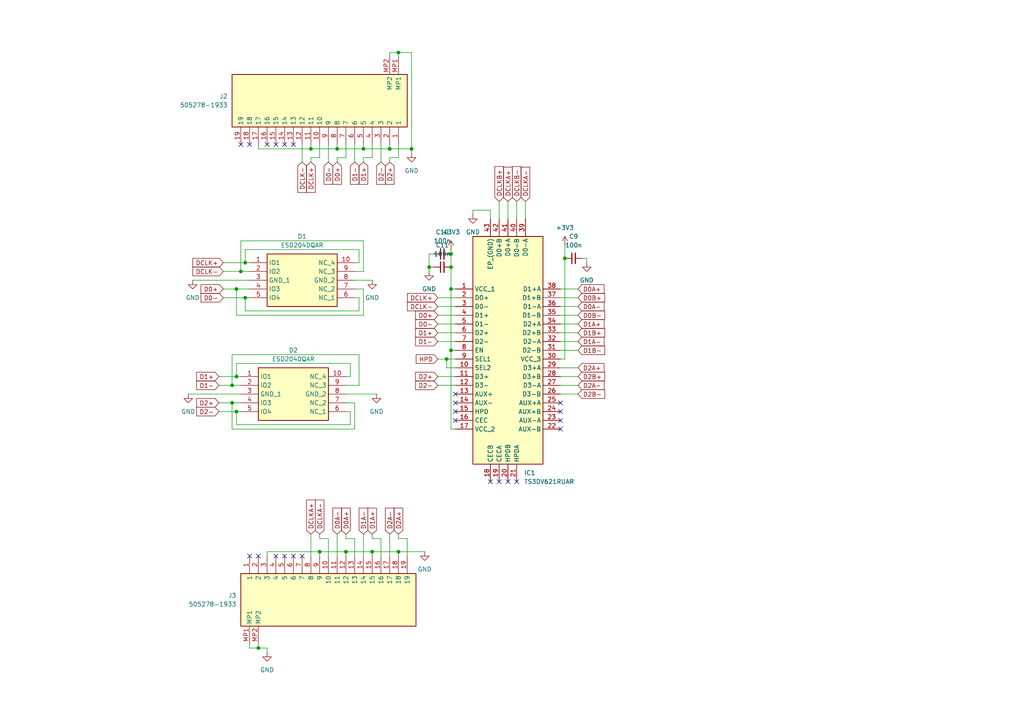
<source format=kicad_sch>
(kicad_sch (version 20250114) (generator "eeschema") (generator_version "9.0")
  (paper "A4")
  (lib_symbols
    (symbol "Device:C_Small" (pin_numbers (hide yes)) (pin_names (offset 0.254) (hide yes))
      (property "Reference" "C" (at 0.254 1.778 0))
      (property "Value" "C_Small" (at 0.254 -2.032 0))
      (symbol "C_Small_0_1"
        (polyline (pts (xy -1.524 0.508) (xy 1.524 0.508)) (stroke (width 0.3048)))
        (polyline (pts (xy -1.524 -0.508) (xy 1.524 -0.508)) (stroke (width 0.3302)))
      )
      (symbol "C_Small_1_1"
        (pin passive line (at 0 2.54 270) (length 2.032) (name "~") (number "1"))
        (pin passive line (at 0 -2.54 90) (length 2.032) (name "~") (number "2"))
      )
    )
    (symbol "SamacSys_Parts:505278-1933"
      (property "Reference" "J" (at 21.59 7.62 0))
      (property "Value" "505278-1933" (at 21.59 5.08 0))
      (symbol "505278-1933_1_1"
        (rectangle (start 5.08 2.54) (end 20.32 -48.26) (stroke (width 0.254)) (fill (type background)))
        (pin passive line (at 0 0 0) (length 5.08) (name "MP1") (number "MP1"))
        (pin passive line (at 0 -2.54 0) (length 5.08) (name "MP2") (number "MP2"))
        (pin passive line (at 25.4 0 180) (length 5.08) (name "1") (number "1"))
        (pin passive line (at 25.4 -2.54 180) (length 5.08) (name "2") (number "2"))
        (pin passive line (at 25.4 -5.08 180) (length 5.08) (name "3") (number "3"))
        (pin passive line (at 25.4 -7.62 180) (length 5.08) (name "4") (number "4"))
        (pin passive line (at 25.4 -10.16 180) (length 5.08) (name "5") (number "5"))
        (pin passive line (at 25.4 -12.7 180) (length 5.08) (name "6") (number "6"))
        (pin passive line (at 25.4 -15.24 180) (length 5.08) (name "7") (number "7"))
        (pin passive line (at 25.4 -17.78 180) (length 5.08) (name "8") (number "8"))
        (pin passive line (at 25.4 -20.32 180) (length 5.08) (name "9") (number "9"))
        (pin passive line (at 25.4 -22.86 180) (length 5.08) (name "10") (number "10"))
        (pin passive line (at 25.4 -25.4 180) (length 5.08) (name "11") (number "11"))
        (pin passive line (at 25.4 -27.94 180) (length 5.08) (name "12") (number "12"))
        (pin passive line (at 25.4 -30.48 180) (length 5.08) (name "13") (number "13"))
        (pin passive line (at 25.4 -33.02 180) (length 5.08) (name "14") (number "14"))
        (pin passive line (at 25.4 -35.56 180) (length 5.08) (name "15") (number "15"))
        (pin passive line (at 25.4 -38.1 180) (length 5.08) (name "16") (number "16"))
        (pin passive line (at 25.4 -40.64 180) (length 5.08) (name "17") (number "17"))
        (pin passive line (at 25.4 -43.18 180) (length 5.08) (name "18") (number "18"))
        (pin passive line (at 25.4 -45.72 180) (length 5.08) (name "19") (number "19"))
      )
    )
    (symbol "SamacSys_Parts:ESD204DQAR"
      (property "Reference" "D" (at 26.67 7.62 0))
      (property "Value" "ESD204DQAR" (at 26.67 5.08 0))
      (symbol "ESD204DQAR_1_1"
        (rectangle (start 5.08 2.54) (end 25.4 -12.7) (stroke (width 0.254)) (fill (type background)))
        (pin passive line (at 0 0 0) (length 5.08) (name "IO1") (number "1"))
        (pin passive line (at 0 -2.54 0) (length 5.08) (name "IO2") (number "2"))
        (pin passive line (at 0 -5.08 0) (length 5.08) (name "GND_1") (number "3"))
        (pin passive line (at 0 -7.62 0) (length 5.08) (name "IO3") (number "4"))
        (pin passive line (at 0 -10.16 0) (length 5.08) (name "IO4") (number "5"))
        (pin passive line (at 30.48 0 180) (length 5.08) (name "NC_4") (number "10"))
        (pin passive line (at 30.48 -2.54 180) (length 5.08) (name "NC_3") (number "9"))
        (pin passive line (at 30.48 -5.08 180) (length 5.08) (name "GND_2") (number "8"))
        (pin passive line (at 30.48 -7.62 180) (length 5.08) (name "NC_2") (number "7"))
        (pin passive line (at 30.48 -10.16 180) (length 5.08) (name "NC_1") (number "6"))
      )
    )
    (symbol "SamacSys_Parts:TS3DV621RUAR"
      (property "Reference" "IC" (at 26.67 20.32 0))
      (property "Value" "TS3DV621RUAR" (at 26.67 17.78 0))
      (symbol "TS3DV621RUAR_1_1"
        (rectangle (start 5.08 15.24) (end 25.4 -50.8) (stroke (width 0.254)) (fill (type background)))
        (pin passive line (at 0 0 0) (length 5.08) (name "VCC_1") (number "1"))
        (pin passive line (at 0 -2.54 0) (length 5.08) (name "D0+") (number "2"))
        (pin passive line (at 0 -5.08 0) (length 5.08) (name "D0-") (number "3"))
        (pin passive line (at 0 -7.62 0) (length 5.08) (name "D1+") (number "4"))
        (pin passive line (at 0 -10.16 0) (length 5.08) (name "D1-") (number "5"))
        (pin passive line (at 0 -12.7 0) (length 5.08) (name "D2+") (number "6"))
        (pin passive line (at 0 -15.24 0) (length 5.08) (name "D2-") (number "7"))
        (pin passive line (at 0 -17.78 0) (length 5.08) (name "EN") (number "8"))
        (pin passive line (at 0 -20.32 0) (length 5.08) (name "SEL1") (number "9"))
        (pin passive line (at 0 -22.86 0) (length 5.08) (name "SEL2") (number "10"))
        (pin passive line (at 0 -25.4 0) (length 5.08) (name "D3+") (number "11"))
        (pin passive line (at 0 -27.94 0) (length 5.08) (name "D3-") (number "12"))
        (pin passive line (at 0 -30.48 0) (length 5.08) (name "AUX+") (number "13"))
        (pin passive line (at 0 -33.02 0) (length 5.08) (name "AUX-") (number "14"))
        (pin passive line (at 0 -35.56 0) (length 5.08) (name "HPD") (number "15"))
        (pin passive line (at 0 -38.1 0) (length 5.08) (name "CEC") (number "16"))
        (pin passive line (at 0 -40.64 0) (length 5.08) (name "VCC_2") (number "17"))
        (pin passive line (at 10.16 20.32 270) (length 5.08) (name "EP_(GND)") (number "43"))
        (pin passive line (at 10.16 -55.88 90) (length 5.08) (name "CECB") (number "18"))
        (pin passive line (at 12.7 20.32 270) (length 5.08) (name "D0+B") (number "42"))
        (pin passive line (at 12.7 -55.88 90) (length 5.08) (name "CECA") (number "19"))
        (pin passive line (at 15.24 20.32 270) (length 5.08) (name "D0+A") (number "41"))
        (pin passive line (at 15.24 -55.88 90) (length 5.08) (name "HPDB") (number "20"))
        (pin passive line (at 17.78 20.32 270) (length 5.08) (name "D0-B") (number "40"))
        (pin passive line (at 17.78 -55.88 90) (length 5.08) (name "HPDA") (number "21"))
        (pin passive line (at 20.32 20.32 270) (length 5.08) (name "D0-A") (number "39"))
        (pin passive line (at 30.48 0 180) (length 5.08) (name "D1+A") (number "38"))
        (pin passive line (at 30.48 -2.54 180) (length 5.08) (name "D1+B") (number "37"))
        (pin passive line (at 30.48 -5.08 180) (length 5.08) (name "D1-A") (number "36"))
        (pin passive line (at 30.48 -7.62 180) (length 5.08) (name "D1-B") (number "35"))
        (pin passive line (at 30.48 -10.16 180) (length 5.08) (name "D2+A") (number "34"))
        (pin passive line (at 30.48 -12.7 180) (length 5.08) (name "D2+B") (number "33"))
        (pin passive line (at 30.48 -15.24 180) (length 5.08) (name "D2-A") (number "32"))
        (pin passive line (at 30.48 -17.78 180) (length 5.08) (name "D2-B") (number "31"))
        (pin passive line (at 30.48 -20.32 180) (length 5.08) (name "VCC_3") (number "30"))
        (pin passive line (at 30.48 -22.86 180) (length 5.08) (name "D3+A") (number "29"))
        (pin passive line (at 30.48 -25.4 180) (length 5.08) (name "D3+B") (number "28"))
        (pin passive line (at 30.48 -27.94 180) (length 5.08) (name "D3-A") (number "27"))
        (pin passive line (at 30.48 -30.48 180) (length 5.08) (name "D3-B") (number "26"))
        (pin passive line (at 30.48 -33.02 180) (length 5.08) (name "AUX+A") (number "25"))
        (pin passive line (at 30.48 -35.56 180) (length 5.08) (name "AUX+B") (number "24"))
        (pin passive line (at 30.48 -38.1 180) (length 5.08) (name "AUX-A") (number "23"))
        (pin passive line (at 30.48 -40.64 180) (length 5.08) (name "AUX-B") (number "22"))
      )
    )
    (symbol "power:+3V3" (power) (pin_numbers (hide yes)) (pin_names (offset 0) (hide yes))
      (property "Value" "+3V3" (at 0 3.556 0))
      (symbol "+3V3_0_1"
        (polyline (pts (xy -0.762 1.27) (xy 0 2.54)))
        (polyline (pts (xy 0 2.54) (xy 0.762 1.27)))
        (polyline (pts (xy 0 0) (xy 0 2.54)))
      )
      (symbol "+3V3_1_1"
        (pin power_in line (at 0 0 90) (length 0) (name "~") (number "1"))
      )
    )
    (symbol "power:GND" (power) (pin_numbers (hide yes)) (pin_names (offset 0) (hide yes))
      (property "Value" "GND" (at 0 -3.81 0))
      (symbol "GND_0_1"
        (polyline (pts (xy 0 0) (xy 0 -1.27) (xy 1.27 -1.27) (xy 0 -2.54) (xy -1.27 -1.27) (xy 0 -1.27)))
      )
      (symbol "GND_1_1"
        (pin power_in line (at 0 0 270) (length 0) (name "~") (number "1"))
      )
    )
  )
  (junction (at 69.85 78.74))
  (junction (at 68.58 109.22))
  (junction (at 115.57 15.24))
  (junction (at 130.81 77.47))
  (junction (at 130.81 83.82))
  (junction (at 105.41 43.18))
  (junction (at 163.83 74.93))
  (junction (at 71.12 76.2))
  (junction (at 68.58 119.38))
  (junction (at 74.93 187.96))
  (junction (at 100.33 160.02))
  (junction (at 67.31 111.76))
  (junction (at 107.95 160.02))
  (junction (at 97.79 43.18))
  (junction (at 68.58 83.82))
  (junction (at 124.46 77.47))
  (junction (at 90.17 43.18))
  (junction (at 129.54 104.14))
  (junction (at 71.12 86.36))
  (junction (at 115.57 160.02))
  (junction (at 67.31 116.84))
  (junction (at 130.81 73.66))
  (junction (at 113.03 43.18))
  (junction (at 119.38 43.18))
  (junction (at 130.81 101.6))
  (junction (at 92.71 160.02))
  (no_connect (at 77.47 41.91))
  (no_connect (at 74.93 161.29))
  (no_connect (at 69.85 41.91))
  (no_connect (at 72.39 161.29))
  (no_connect (at 80.01 41.91))
  (no_connect (at 142.24 139.7))
  (no_connect (at 82.55 41.91))
  (no_connect (at 162.56 119.38))
  (no_connect (at 85.09 41.91))
  (no_connect (at 144.78 139.7))
  (no_connect (at 162.56 121.92))
  (no_connect (at 132.08 121.92))
  (no_connect (at 162.56 116.84))
  (no_connect (at 132.08 116.84))
  (no_connect (at 82.55 161.29))
  (no_connect (at 85.09 161.29))
  (no_connect (at 87.63 161.29))
  (no_connect (at 132.08 119.38))
  (no_connect (at 132.08 114.3))
  (no_connect (at 149.86 139.7))
  (no_connect (at 147.32 139.7))
  (no_connect (at 72.39 41.91))
  (no_connect (at 80.01 161.29))
  (no_connect (at 162.56 124.46))
  (wire (pts (xy 127 111.76) (xy 132.08 111.76)))
  (wire (pts (xy 95.25 46.99) (xy 95.25 41.91)))
  (wire (pts (xy 107.95 156.21) (xy 110.49 156.21)))
  (wire (pts (xy 104.14 102.87) (xy 104.14 111.76)))
  (wire (pts (xy 105.41 45.72) (xy 107.95 45.72)))
  (wire (pts (xy 167.64 83.82) (xy 162.56 83.82)))
  (wire (pts (xy 105.41 154.94) (xy 105.41 161.29)))
  (wire (pts (xy 105.41 69.85) (xy 105.41 78.74)))
  (wire (pts (xy 113.03 41.91) (xy 113.03 43.18)))
  (wire (pts (xy 105.41 78.74) (xy 102.87 78.74)))
  (wire (pts (xy 68.58 105.41) (xy 101.6 105.41)))
  (wire (pts (xy 167.64 91.44) (xy 162.56 91.44)))
  (wire (pts (xy 71.12 76.2) (xy 71.12 72.39)))
  (wire (pts (xy 67.31 111.76) (xy 67.31 102.87)))
  (wire (pts (xy 137.16 60.96) (xy 137.16 62.23)))
  (wire (pts (xy 115.57 160.02) (xy 107.95 160.02)))
  (wire (pts (xy 129.54 104.14) (xy 132.08 104.14)))
  (wire (pts (xy 63.5 116.84) (xy 67.31 116.84)))
  (wire (pts (xy 90.17 46.99) (xy 90.17 45.72)))
  (wire (pts (xy 167.64 111.76) (xy 162.56 111.76)))
  (wire (pts (xy 119.38 43.18) (xy 113.03 43.18)))
  (wire (pts (xy 115.57 15.24) (xy 115.57 16.51)))
  (wire (pts (xy 74.93 186.69) (xy 74.93 187.96)))
  (wire (pts (xy 144.78 58.42) (xy 144.78 63.5)))
  (wire (pts (xy 67.31 116.84) (xy 67.31 124.46)))
  (wire (pts (xy 102.87 116.84) (xy 100.33 116.84)))
  (wire (pts (xy 142.24 63.5) (xy 142.24 60.96)))
  (wire (pts (xy 127 88.9) (xy 132.08 88.9)))
  (wire (pts (xy 130.81 72.39) (xy 130.81 73.66)))
  (wire (pts (xy 130.81 77.47) (xy 130.81 83.82)))
  (wire (pts (xy 124.46 73.66) (xy 124.46 77.47)))
  (wire (pts (xy 104.14 86.36) (xy 102.87 86.36)))
  (wire (pts (xy 100.33 160.02) (xy 100.33 161.29)))
  (wire (pts (xy 64.77 86.36) (xy 71.12 86.36)))
  (wire (pts (xy 105.41 83.82) (xy 102.87 83.82)))
  (wire (pts (xy 90.17 45.72) (xy 92.71 45.72)))
  (wire (pts (xy 113.03 16.51) (xy 113.03 15.24)))
  (wire (pts (xy 167.64 109.22) (xy 162.56 109.22)))
  (wire (pts (xy 105.41 43.18) (xy 97.79 43.18)))
  (wire (pts (xy 63.5 119.38) (xy 68.58 119.38)))
  (wire (pts (xy 71.12 90.17) (xy 104.14 90.17)))
  (wire (pts (xy 68.58 83.82) (xy 68.58 91.44)))
  (wire (pts (xy 64.77 83.82) (xy 68.58 83.82)))
  (wire (pts (xy 104.14 90.17) (xy 104.14 86.36)))
  (wire (pts (xy 63.5 109.22) (xy 68.58 109.22)))
  (wire (pts (xy 101.6 119.38) (xy 100.33 119.38)))
  (wire (pts (xy 90.17 154.94) (xy 90.17 161.29)))
  (wire (pts (xy 127 93.98) (xy 132.08 93.98)))
  (wire (pts (xy 74.93 187.96) (xy 77.47 187.96)))
  (wire (pts (xy 115.57 160.02) (xy 115.57 161.29)))
  (wire (pts (xy 102.87 156.21) (xy 102.87 161.29)))
  (wire (pts (xy 167.64 88.9) (xy 162.56 88.9)))
  (wire (pts (xy 113.03 154.94) (xy 113.03 161.29)))
  (wire (pts (xy 101.6 105.41) (xy 101.6 109.22)))
  (wire (pts (xy 168.91 74.93) (xy 170.18 74.93)))
  (wire (pts (xy 130.81 83.82) (xy 132.08 83.82)))
  (wire (pts (xy 127 104.14) (xy 129.54 104.14)))
  (wire (pts (xy 118.11 156.21) (xy 118.11 161.29)))
  (wire (pts (xy 71.12 86.36) (xy 72.39 86.36)))
  (wire (pts (xy 104.14 72.39) (xy 104.14 76.2)))
  (wire (pts (xy 68.58 109.22) (xy 68.58 105.41)))
  (wire (pts (xy 68.58 83.82) (xy 72.39 83.82)))
  (wire (pts (xy 74.93 41.91) (xy 74.93 43.18)))
  (wire (pts (xy 71.12 86.36) (xy 71.12 90.17)))
  (wire (pts (xy 100.33 154.94) (xy 100.33 156.21)))
  (wire (pts (xy 90.17 41.91) (xy 90.17 43.18)))
  (wire (pts (xy 100.33 156.21) (xy 102.87 156.21)))
  (wire (pts (xy 167.64 93.98) (xy 162.56 93.98)))
  (wire (pts (xy 113.03 45.72) (xy 115.57 45.72)))
  (wire (pts (xy 105.41 41.91) (xy 105.41 43.18)))
  (wire (pts (xy 77.47 187.96) (xy 77.47 189.23)))
  (wire (pts (xy 92.71 154.94) (xy 92.71 156.21)))
  (wire (pts (xy 113.03 46.99) (xy 113.03 45.72)))
  (wire (pts (xy 100.33 45.72) (xy 100.33 41.91)))
  (wire (pts (xy 100.33 160.02) (xy 92.71 160.02)))
  (wire (pts (xy 77.47 160.02) (xy 77.47 161.29)))
  (wire (pts (xy 68.58 119.38) (xy 69.85 119.38)))
  (wire (pts (xy 63.5 111.76) (xy 67.31 111.76)))
  (wire (pts (xy 72.39 187.96) (xy 74.93 187.96)))
  (wire (pts (xy 130.81 73.66) (xy 130.81 77.47)))
  (wire (pts (xy 123.19 160.02) (xy 115.57 160.02)))
  (wire (pts (xy 130.81 101.6) (xy 130.81 83.82)))
  (wire (pts (xy 97.79 45.72) (xy 100.33 45.72)))
  (wire (pts (xy 115.57 154.94) (xy 115.57 156.21)))
  (wire (pts (xy 152.4 58.42) (xy 152.4 63.5)))
  (wire (pts (xy 127 99.06) (xy 132.08 99.06)))
  (wire (pts (xy 110.49 156.21) (xy 110.49 161.29)))
  (wire (pts (xy 97.79 154.94) (xy 97.79 161.29)))
  (wire (pts (xy 67.31 124.46) (xy 102.87 124.46)))
  (wire (pts (xy 167.64 106.68) (xy 162.56 106.68)))
  (wire (pts (xy 68.58 119.38) (xy 68.58 123.19)))
  (wire (pts (xy 124.46 77.47) (xy 125.73 77.47)))
  (wire (pts (xy 167.64 86.36) (xy 162.56 86.36)))
  (wire (pts (xy 149.86 58.42) (xy 149.86 63.5)))
  (wire (pts (xy 167.64 96.52) (xy 162.56 96.52)))
  (wire (pts (xy 102.87 46.99) (xy 102.87 41.91)))
  (wire (pts (xy 115.57 45.72) (xy 115.57 41.91)))
  (wire (pts (xy 167.64 114.3) (xy 162.56 114.3)))
  (wire (pts (xy 90.17 43.18) (xy 74.93 43.18)))
  (wire (pts (xy 104.14 76.2) (xy 102.87 76.2)))
  (wire (pts (xy 167.64 101.6) (xy 162.56 101.6)))
  (wire (pts (xy 132.08 101.6) (xy 130.81 101.6)))
  (wire (pts (xy 130.81 101.6) (xy 130.81 124.46)))
  (wire (pts (xy 92.71 45.72) (xy 92.71 41.91)))
  (wire (pts (xy 69.85 69.85) (xy 105.41 69.85)))
  (wire (pts (xy 102.87 124.46) (xy 102.87 116.84)))
  (wire (pts (xy 101.6 123.19) (xy 101.6 119.38)))
  (wire (pts (xy 132.08 124.46) (xy 130.81 124.46)))
  (wire (pts (xy 64.77 76.2) (xy 71.12 76.2)))
  (wire (pts (xy 162.56 104.14) (xy 163.83 104.14)))
  (wire (pts (xy 97.79 41.91) (xy 97.79 43.18)))
  (wire (pts (xy 127 91.44) (xy 132.08 91.44)))
  (wire (pts (xy 113.03 43.18) (xy 105.41 43.18)))
  (wire (pts (xy 54.61 114.3) (xy 69.85 114.3)))
  (wire (pts (xy 64.77 78.74) (xy 69.85 78.74)))
  (wire (pts (xy 105.41 46.99) (xy 105.41 45.72)))
  (wire (pts (xy 113.03 15.24) (xy 115.57 15.24)))
  (wire (pts (xy 127 109.22) (xy 132.08 109.22)))
  (wire (pts (xy 107.95 160.02) (xy 100.33 160.02)))
  (wire (pts (xy 69.85 78.74) (xy 69.85 69.85)))
  (wire (pts (xy 115.57 156.21) (xy 118.11 156.21)))
  (wire (pts (xy 92.71 156.21) (xy 95.25 156.21)))
  (wire (pts (xy 87.63 46.99) (xy 87.63 41.91)))
  (wire (pts (xy 68.58 123.19) (xy 101.6 123.19)))
  (wire (pts (xy 132.08 106.68) (xy 129.54 106.68)))
  (wire (pts (xy 101.6 109.22) (xy 100.33 109.22)))
  (wire (pts (xy 69.85 78.74) (xy 72.39 78.74)))
  (wire (pts (xy 127 96.52) (xy 132.08 96.52)))
  (wire (pts (xy 68.58 109.22) (xy 69.85 109.22)))
  (wire (pts (xy 67.31 116.84) (xy 69.85 116.84)))
  (wire (pts (xy 100.33 114.3) (xy 109.22 114.3)))
  (wire (pts (xy 104.14 111.76) (xy 100.33 111.76)))
  (wire (pts (xy 105.41 91.44) (xy 105.41 83.82)))
  (wire (pts (xy 110.49 46.99) (xy 110.49 41.91)))
  (wire (pts (xy 67.31 111.76) (xy 69.85 111.76)))
  (wire (pts (xy 71.12 76.2) (xy 72.39 76.2)))
  (wire (pts (xy 107.95 154.94) (xy 107.95 156.21)))
  (wire (pts (xy 102.87 81.28) (xy 107.95 81.28)))
  (wire (pts (xy 95.25 156.21) (xy 95.25 161.29)))
  (wire (pts (xy 142.24 60.96) (xy 137.16 60.96)))
  (wire (pts (xy 167.64 99.06) (xy 162.56 99.06)))
  (wire (pts (xy 119.38 44.45) (xy 119.38 43.18)))
  (wire (pts (xy 170.18 74.93) (xy 170.18 76.2)))
  (wire (pts (xy 92.71 160.02) (xy 77.47 160.02)))
  (wire (pts (xy 107.95 45.72) (xy 107.95 41.91)))
  (wire (pts (xy 147.32 58.42) (xy 147.32 63.5)))
  (wire (pts (xy 163.83 71.12) (xy 163.83 74.93)))
  (wire (pts (xy 127 86.36) (xy 132.08 86.36)))
  (wire (pts (xy 97.79 46.99) (xy 97.79 45.72)))
  (wire (pts (xy 71.12 72.39) (xy 104.14 72.39)))
  (wire (pts (xy 107.95 160.02) (xy 107.95 161.29)))
  (wire (pts (xy 97.79 43.18) (xy 90.17 43.18)))
  (wire (pts (xy 115.57 15.24) (xy 119.38 15.24)))
  (wire (pts (xy 55.88 81.28) (xy 72.39 81.28)))
  (wire (pts (xy 92.71 160.02) (xy 92.71 161.29)))
  (wire (pts (xy 125.73 73.66) (xy 124.46 73.66)))
  (wire (pts (xy 163.83 74.93) (xy 163.83 104.14)))
  (wire (pts (xy 129.54 104.14) (xy 129.54 106.68)))
  (wire (pts (xy 124.46 77.47) (xy 124.46 78.74)))
  (wire (pts (xy 68.58 91.44) (xy 105.41 91.44)))
  (wire (pts (xy 119.38 15.24) (xy 119.38 43.18)))
  (wire (pts (xy 72.39 186.69) (xy 72.39 187.96)))
  (wire (pts (xy 67.31 102.87) (xy 104.14 102.87)))
  (global_label "D2A+" (shape input) (at 115.57 154.94 90) (property "Intersheetrefs" "${INTERSHEET_REFS}" (effects (hide yes))))
  (global_label "D0+" (shape input) (at 64.77 83.82 180) (property "Intersheetrefs" "${INTERSHEET_REFS}" (effects (hide yes))))
  (global_label "D0A-" (shape input) (at 167.64 88.9 0) (property "Intersheetrefs" "${INTERSHEET_REFS}" (effects (hide yes))))
  (global_label "D0+" (shape input) (at 127 91.44 180) (property "Intersheetrefs" "${INTERSHEET_REFS}" (effects (hide yes))))
  (global_label "DCLKB-" (shape input) (at 149.86 58.42 90) (property "Intersheetrefs" "${INTERSHEET_REFS}" (effects (hide yes))))
  (global_label "HPD" (shape input) (at 127 104.14 180) (property "Intersheetrefs" "${INTERSHEET_REFS}" (effects (hide yes))))
  (global_label "D1B+" (shape input) (at 167.64 96.52 0) (property "Intersheetrefs" "${INTERSHEET_REFS}" (effects (hide yes))))
  (global_label "D0-" (shape input) (at 95.25 46.99 270) (property "Intersheetrefs" "${INTERSHEET_REFS}" (effects (hide yes))))
  (global_label "D2B-" (shape input) (at 167.64 114.3 0) (property "Intersheetrefs" "${INTERSHEET_REFS}" (effects (hide yes))))
  (global_label "D2+" (shape input) (at 113.03 46.99 270) (property "Intersheetrefs" "${INTERSHEET_REFS}" (effects (hide yes))))
  (global_label "D2-" (shape input) (at 127 111.76 180) (property "Intersheetrefs" "${INTERSHEET_REFS}" (effects (hide yes))))
  (global_label "D0B+" (shape input) (at 167.64 86.36 0) (property "Intersheetrefs" "${INTERSHEET_REFS}" (effects (hide yes))))
  (global_label "D0B-" (shape input) (at 167.64 91.44 0) (property "Intersheetrefs" "${INTERSHEET_REFS}" (effects (hide yes))))
  (global_label "DCLK+" (shape input) (at 90.17 46.99 270) (property "Intersheetrefs" "${INTERSHEET_REFS}" (effects (hide yes))))
  (global_label "D1+" (shape input) (at 105.41 46.99 270) (property "Intersheetrefs" "${INTERSHEET_REFS}" (effects (hide yes))))
  (global_label "D1A-" (shape input) (at 167.64 99.06 0) (property "Intersheetrefs" "${INTERSHEET_REFS}" (effects (hide yes))))
  (global_label "D2+" (shape input) (at 127 109.22 180) (property "Intersheetrefs" "${INTERSHEET_REFS}" (effects (hide yes))))
  (global_label "D0-" (shape input) (at 64.77 86.36 180) (property "Intersheetrefs" "${INTERSHEET_REFS}" (effects (hide yes))))
  (global_label "D0A+" (shape input) (at 167.64 83.82 0) (property "Intersheetrefs" "${INTERSHEET_REFS}" (effects (hide yes))))
  (global_label "D1A+" (shape input) (at 167.64 93.98 0) (property "Intersheetrefs" "${INTERSHEET_REFS}" (effects (hide yes))))
  (global_label "DCLK+" (shape input) (at 64.77 76.2 180) (property "Intersheetrefs" "${INTERSHEET_REFS}" (effects (hide yes))))
  (global_label "D1A-" (shape input) (at 105.41 154.94 90) (property "Intersheetrefs" "${INTERSHEET_REFS}" (effects (hide yes))))
  (global_label "D0+" (shape input) (at 97.79 46.99 270) (property "Intersheetrefs" "${INTERSHEET_REFS}" (effects (hide yes))))
  (global_label "DCLKA+" (shape input) (at 147.32 58.42 90) (property "Intersheetrefs" "${INTERSHEET_REFS}" (effects (hide yes))))
  (global_label "DCLKA-" (shape input) (at 92.71 154.94 90) (property "Intersheetrefs" "${INTERSHEET_REFS}" (effects (hide yes))))
  (global_label "DCLK-" (shape input) (at 127 88.9 180) (property "Intersheetrefs" "${INTERSHEET_REFS}" (effects (hide yes))))
  (global_label "D0A-" (shape input) (at 97.79 154.94 90) (property "Intersheetrefs" "${INTERSHEET_REFS}" (effects (hide yes))))
  (global_label "DCLKA-" (shape input) (at 152.4 58.42 90) (property "Intersheetrefs" "${INTERSHEET_REFS}" (effects (hide yes))))
  (global_label "D2A-" (shape input) (at 167.64 111.76 0) (property "Intersheetrefs" "${INTERSHEET_REFS}" (effects (hide yes))))
  (global_label "D2A-" (shape input) (at 113.03 154.94 90) (property "Intersheetrefs" "${INTERSHEET_REFS}" (effects (hide yes))))
  (global_label "D2+" (shape input) (at 63.5 116.84 180) (property "Intersheetrefs" "${INTERSHEET_REFS}" (effects (hide yes))))
  (global_label "D1-" (shape input) (at 63.5 111.76 180) (property "Intersheetrefs" "${INTERSHEET_REFS}" (effects (hide yes))))
  (global_label "D2-" (shape input) (at 63.5 119.38 180) (property "Intersheetrefs" "${INTERSHEET_REFS}" (effects (hide yes))))
  (global_label "D2-" (shape input) (at 110.49 46.99 270) (property "Intersheetrefs" "${INTERSHEET_REFS}" (effects (hide yes))))
  (global_label "D0-" (shape input) (at 127 93.98 180) (property "Intersheetrefs" "${INTERSHEET_REFS}" (effects (hide yes))))
  (global_label "D0A+" (shape input) (at 100.33 154.94 90) (property "Intersheetrefs" "${INTERSHEET_REFS}" (effects (hide yes))))
  (global_label "DCLKA+" (shape input) (at 90.17 154.94 90) (property "Intersheetrefs" "${INTERSHEET_REFS}" (effects (hide yes))))
  (global_label "DCLK-" (shape input) (at 87.63 46.99 270) (property "Intersheetrefs" "${INTERSHEET_REFS}" (effects (hide yes))))
  (global_label "D2A+" (shape input) (at 167.64 106.68 0) (property "Intersheetrefs" "${INTERSHEET_REFS}" (effects (hide yes))))
  (global_label "D2B+" (shape input) (at 167.64 109.22 0) (property "Intersheetrefs" "${INTERSHEET_REFS}" (effects (hide yes))))
  (global_label "D1A+" (shape input) (at 107.95 154.94 90) (property "Intersheetrefs" "${INTERSHEET_REFS}" (effects (hide yes))))
  (global_label "D1-" (shape input) (at 127 99.06 180) (property "Intersheetrefs" "${INTERSHEET_REFS}" (effects (hide yes))))
  (global_label "D1-" (shape input) (at 102.87 46.99 270) (property "Intersheetrefs" "${INTERSHEET_REFS}" (effects (hide yes))))
  (global_label "D1+" (shape input) (at 63.5 109.22 180) (property "Intersheetrefs" "${INTERSHEET_REFS}" (effects (hide yes))))
  (global_label "DCLK+" (shape input) (at 127 86.36 180) (property "Intersheetrefs" "${INTERSHEET_REFS}" (effects (hide yes))))
  (global_label "D1B-" (shape input) (at 167.64 101.6 0) (property "Intersheetrefs" "${INTERSHEET_REFS}" (effects (hide yes))))
  (global_label "D1+" (shape input) (at 127 96.52 180) (property "Intersheetrefs" "${INTERSHEET_REFS}" (effects (hide yes))))
  (global_label "DCLK-" (shape input) (at 64.77 78.74 180) (property "Intersheetrefs" "${INTERSHEET_REFS}" (effects (hide yes))))
  (global_label "DCLKB+" (shape input) (at 144.78 58.42 90) (property "Intersheetrefs" "${INTERSHEET_REFS}" (effects (hide yes))))
  (symbol (lib_id "SamacSys_Parts:ESD204DQAR") (at 69.85 109.22 0) (unit 1)
    (property "Reference" "D2" (at 85.09 101.6 0))
    (property "Value" "ESD204DQAR" (at 85.09 104.14 0))
    (property "Footprint" "SamacSys_Parts:ESD204DQAR" (effects (hide yes)))
    (property "Datasheet" "http://www.ti.com/lit/gpn/esd204" (effects (hide yes)))
    (property "Description" "4-Channel Low-Capacitance Surge and ESD Protection Diode" (effects (hide yes)))
    (property "Height" "0.55" (effects (hide yes)))
    (property "Mouser Part Number" "595-ESD204DQAR" (effects (hide yes)))
    (property "Mouser Price/Stock" "https://www.mouser.co.uk/ProductDetail/Texas-Instruments/ESD204DQAR?qs=r5DSvlrkXmLJ52LliQixbw%3D%3D" (effects (hide yes)))
    (property "Manufacturer_Name" "Texas Instruments" (effects (hide yes)))
    (property "Manufacturer_Part_Number" "ESD204DQAR" (effects (hide yes)))
  )
  (symbol (lib_id "power:GND") (at 170.18 76.2 0) (unit 1)
    (property "Reference" "#PWR041" (effects (hide yes)))
    (property "Value" "GND" (at 170.18 81.28 0))
    (property "Description" "Power symbol creates a global label with name \"GND\" , ground" (effects (hide yes)))
  )
  (symbol (lib_id "Device:C_Small") (at 166.37 74.93 90) (unit 1)
    (property "Reference" "C9" (at 166.3763 68.58 90))
    (property "Value" "100n" (at 166.3763 71.12 90))
    (property "Footprint" "Capacitor_SMD:C_0402_1005Metric" (effects (hide yes)))
    (property "Description" "Unpolarized capacitor, small symbol" (effects (hide yes)))
  )
  (symbol (lib_id "power:GND") (at 119.38 44.45 0) (unit 1)
    (property "Reference" "#PWR08" (effects (hide yes)))
    (property "Value" "GND" (at 119.38 49.53 0))
    (property "Description" "Power symbol creates a global label with name \"GND\" , ground" (effects (hide yes)))
  )
  (symbol (lib_id "power:+3V3") (at 130.81 72.39 0) (unit 1)
    (property "Reference" "#PWR03" (effects (hide yes)))
    (property "Value" "+3V3" (at 130.81 67.31 0))
    (property "Description" "Power symbol creates a global label with name \"+3V3\"" (effects (hide yes)))
  )
  (symbol (lib_id "power:GND") (at 137.16 62.23 0) (unit 1)
    (property "Reference" "#PWR05" (effects (hide yes)))
    (property "Value" "GND" (at 137.16 67.31 0))
    (property "Description" "Power symbol creates a global label with name \"GND\" , ground" (effects (hide yes)))
  )
  (symbol (lib_id "power:GND") (at 107.95 81.28 0) (unit 1)
    (property "Reference" "#PWR011" (effects (hide yes)))
    (property "Value" "GND" (at 107.95 86.36 0))
    (property "Description" "Power symbol creates a global label with name \"GND\" , ground" (effects (hide yes)))
  )
  (symbol (lib_id "power:GND") (at 123.19 160.02 0) (unit 1)
    (property "Reference" "#PWR07" (effects (hide yes)))
    (property "Value" "GND" (at 123.19 165.1 0))
    (property "Description" "Power symbol creates a global label with name \"GND\" , ground" (effects (hide yes)))
  )
  (symbol (lib_id "power:+3V3") (at 163.83 71.12 0) (unit 1)
    (property "Reference" "#PWR04" (effects (hide yes)))
    (property "Value" "+3V3" (at 163.83 66.04 0))
    (property "Description" "Power symbol creates a global label with name \"+3V3\"" (effects (hide yes)))
  )
  (symbol (lib_id "power:GND") (at 55.88 81.28 0) (unit 1)
    (property "Reference" "#PWR012" (effects (hide yes)))
    (property "Value" "GND" (at 55.88 86.36 0))
    (property "Description" "Power symbol creates a global label with name \"GND\" , ground" (effects (hide yes)))
  )
  (symbol (lib_id "power:GND") (at 54.61 114.3 0) (unit 1)
    (property "Reference" "#PWR014" (effects (hide yes)))
    (property "Value" "GND" (at 54.61 119.38 0))
    (property "Description" "Power symbol creates a global label with name \"GND\" , ground" (effects (hide yes)))
  )
  (symbol (lib_id "SamacSys_Parts:ESD204DQAR") (at 72.39 76.2 0) (unit 1)
    (property "Reference" "D1" (at 87.63 68.58 0))
    (property "Value" "ESD204DQAR" (at 87.63 71.12 0))
    (property "Footprint" "SamacSys_Parts:ESD204DQAR" (effects (hide yes)))
    (property "Datasheet" "http://www.ti.com/lit/gpn/esd204" (effects (hide yes)))
    (property "Description" "4-Channel Low-Capacitance Surge and ESD Protection Diode" (effects (hide yes)))
    (property "Height" "0.55" (effects (hide yes)))
    (property "Mouser Part Number" "595-ESD204DQAR" (effects (hide yes)))
    (property "Mouser Price/Stock" "https://www.mouser.co.uk/ProductDetail/Texas-Instruments/ESD204DQAR?qs=r5DSvlrkXmLJ52LliQixbw%3D%3D" (effects (hide yes)))
    (property "Manufacturer_Name" "Texas Instruments" (effects (hide yes)))
    (property "Manufacturer_Part_Number" "ESD204DQAR" (effects (hide yes)))
  )
  (symbol (lib_id "Device:C_Small") (at 128.27 77.47 90) (unit 1)
    (property "Reference" "C11" (at 128.2763 71.12 90))
    (property "Value" "100n" (at 128.2763 73.66 90))
    (property "Footprint" "Capacitor_SMD:C_0402_1005Metric" (effects (hide yes)))
    (property "Description" "Unpolarized capacitor, small symbol" (effects (hide yes)))
  )
  (symbol (lib_id "power:GND") (at 77.47 189.23 0) (unit 1)
    (property "Reference" "#PWR09" (effects (hide yes)))
    (property "Value" "GND" (at 77.47 194.31 0))
    (property "Description" "Power symbol creates a global label with name \"GND\" , ground" (effects (hide yes)))
  )
  (symbol (lib_id "SamacSys_Parts:TS3DV621RUAR") (at 132.08 83.82 0) (unit 1)
    (property "Reference" "IC1" (at 152.0033 137.16 0) (effects (justify left)))
    (property "Value" "TS3DV621RUAR" (at 152.0033 139.7 0) (effects (justify left)))
    (property "Footprint" "SamacSys_Parts:QFN50P350X900X80-43N-D" (effects (hide yes)))
    (property "Datasheet" "http://www.ti.com/lit/gpn/ts3dv621" (effects (hide yes)))
    (property "Description" "Texas Instruments TS3DV621RUAR, Multiplexer Switch IC Twelve 1:2 demultiplexer, multiplexer, 3  3.6 V, 42-Pin" (effects (hide yes)))
    (property "Height" "0.8" (effects (hide yes)))
    (property "Mouser Part Number" "595-TS3DV621RUAR" (effects (hide yes)))
    (property "Mouser Price/Stock" "https://www.mouser.co.uk/ProductDetail/Texas-Instruments/TS3DV621RUAR?qs=2UFnnMkojnXsORWnVgCMog%3D%3D" (effects (hide yes)))
    (property "Manufacturer_Name" "Texas Instruments" (effects (hide yes)))
    (property "Manufacturer_Part_Number" "TS3DV621RUAR" (effects (hide yes)))
  )
  (symbol (lib_id "power:GND") (at 109.22 114.3 0) (unit 1)
    (property "Reference" "#PWR013" (effects (hide yes)))
    (property "Value" "GND" (at 109.22 119.38 0))
    (property "Description" "Power symbol creates a global label with name \"GND\" , ground" (effects (hide yes)))
  )
  (symbol (lib_id "Device:C_Small") (at 128.27 73.66 90) (unit 1)
    (property "Reference" "C10" (at 128.2763 67.31 90))
    (property "Value" "100n" (at 128.2763 69.85 90))
    (property "Footprint" "Capacitor_SMD:C_0402_1005Metric" (effects (hide yes)))
    (property "Description" "Unpolarized capacitor, small symbol" (effects (hide yes)))
  )
  (symbol (lib_id "power:GND") (at 124.46 78.74 0) (unit 1)
    (property "Reference" "#PWR032" (effects (hide yes)))
    (property "Value" "GND" (at 124.46 83.82 0))
    (property "Description" "Power symbol creates a global label with name \"GND\" , ground" (effects (hide yes)))
  )
  (symbol (lib_id "SamacSys_Parts:505278-1933") (at 115.57 16.51 270) (unit 1)
    (property "Reference" "J2" (at 66.04 27.9399 90) (effects (justify right)))
    (property "Value" "505278-1933" (at 66.04 30.4799 90) (effects (justify right)))
    (property "Footprint" "SamacSys_Parts:5052781933" (effects (hide yes)))
    (property "Datasheet" "https://www.molex.com/pdm_docs/sd/5052781933_sd.pdf" (effects (hide yes)))
    (property "Description" "FFC & FPC Connectors 0.5 FFC ZIF BTM CONT 19Ckt R/A FRONT FLIP" (effects (hide yes)))
    (property "Height" "2.15" (effects (hide yes)))
    (property "Mouser Part Number" "538-505278-1933" (effects (hide yes)))
    (property "Mouser Price/Stock" "https://www.mouser.co.uk/ProductDetail/Molex/505278-1933?qs=c8NFF48pVsDT1Rm30ZuzyA%3D%3D" (effects (hide yes)))
    (property "Manufacturer_Name" "Molex" (effects (hide yes)))
    (property "Manufacturer_Part_Number" "505278-1933" (effects (hide yes)))
  )
  (symbol (lib_id "SamacSys_Parts:505278-1933") (at 72.39 186.69 90) (unit 1)
    (property "Reference" "J3" (at 68.58 172.7199 90) (effects (justify left)))
    (property "Value" "505278-1933" (at 68.58 175.2599 90) (effects (justify left)))
    (property "Footprint" "SamacSys_Parts:5052781933" (effects (hide yes)))
    (property "Datasheet" "https://www.molex.com/pdm_docs/sd/5052781933_sd.pdf" (effects (hide yes)))
    (property "Description" "FFC & FPC Connectors 0.5 FFC ZIF BTM CONT 19Ckt R/A FRONT FLIP" (effects (hide yes)))
    (property "Height" "2.15" (effects (hide yes)))
    (property "Mouser Part Number" "538-505278-1933" (effects (hide yes)))
    (property "Mouser Price/Stock" "https://www.mouser.co.uk/ProductDetail/Molex/505278-1933?qs=c8NFF48pVsDT1Rm30ZuzyA%3D%3D" (effects (hide yes)))
    (property "Manufacturer_Name" "Molex" (effects (hide yes)))
    (property "Manufacturer_Part_Number" "505278-1933" (effects (hide yes)))
  )
)
</source>
